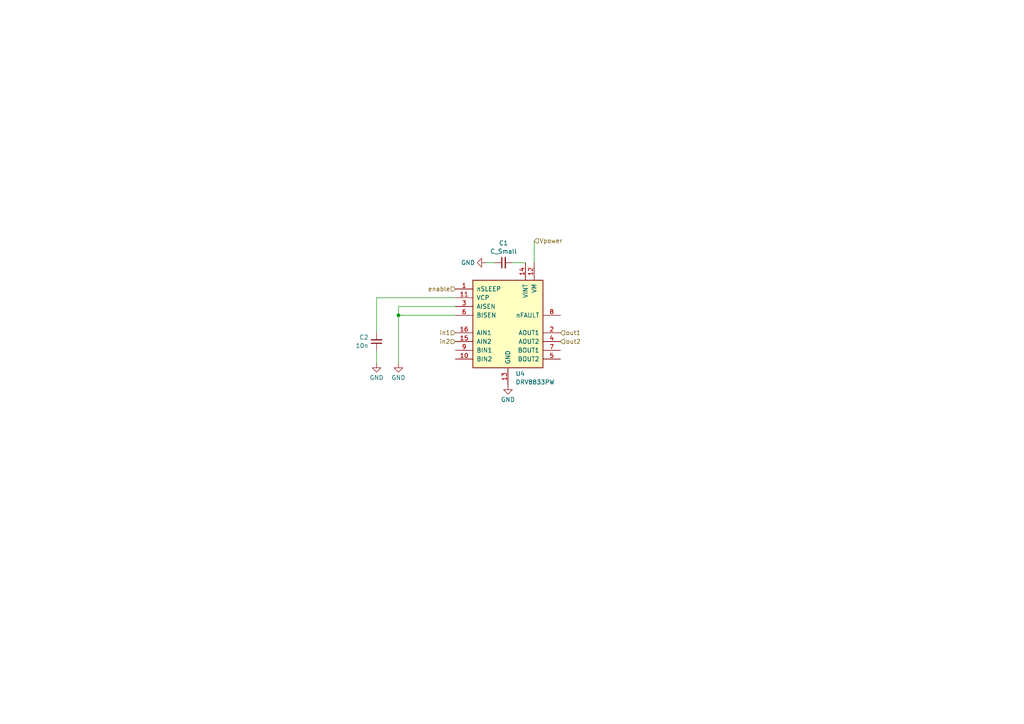
<source format=kicad_sch>
(kicad_sch (version 20230121) (generator eeschema)
  (paper "A4")
  (lib_symbols
    (symbol "Device:C_Small" (pin_numbers hide) (pin_names (offset 0.254) hide)
      (property "Reference" "C" (at 0.254 1.778 0))
      (property "Value" "C_Small" (at 0.254 -2.032 0))
      (symbol "C_Small_0_1"
        (polyline (pts (xy -1.524 -0.508) (xy 1.524 -0.508)) (stroke (width 0.3302)))
        (polyline (pts (xy -1.524 0.508) (xy 1.524 0.508)) (stroke (width 0.3048)))
      )
      (symbol "C_Small_1_1"
        (pin passive line (at 0 2.54 270) (length 2.032) (name "~") (number "1"))
        (pin passive line (at 0 -2.54 90) (length 2.032) (name "~") (number "2"))
      )
    )
    (symbol "Driver_Motor:DRV8833PW" (pin_names (offset 1.016))
      (property "Reference" "U" (at -3.81 16.51 0))
      (property "Value" "DRV8833PW" (at -3.81 13.97 0))
      (symbol "DRV8833PW_0_1"
        (rectangle (start -10.16 12.7) (end 10.16 -12.7) (stroke (width 0.254)) (fill (type background)))
      )
      (symbol "DRV8833PW_1_1"
        (pin input line (at -15.24 10.16 0) (length 5.08) (name "nSLEEP") (number "1"))
        (pin input line (at -15.24 -10.16 0) (length 5.08) (name "BIN2") (number "10"))
        (pin bidirectional line (at -15.24 7.62 0) (length 5.08) (name "VCP") (number "11"))
        (pin power_in line (at 7.62 17.78 270) (length 5.08) (name "VM") (number "12"))
        (pin power_in line (at 0 -17.78 90) (length 5.08) (name "GND") (number "13"))
        (pin power_in line (at 5.08 17.78 270) (length 5.08) (name "VINT") (number "14"))
        (pin input line (at -15.24 -5.08 0) (length 5.08) (name "AIN2") (number "15"))
        (pin input line (at -15.24 -2.54 0) (length 5.08) (name "AIN1") (number "16"))
        (pin power_out line (at 15.24 -2.54 180) (length 5.08) (name "AOUT1") (number "2"))
        (pin bidirectional line (at -15.24 5.08 0) (length 5.08) (name "AISEN") (number "3"))
        (pin power_out line (at 15.24 -5.08 180) (length 5.08) (name "AOUT2") (number "4"))
        (pin power_out line (at 15.24 -10.16 180) (length 5.08) (name "BOUT2") (number "5"))
        (pin bidirectional line (at -15.24 2.54 0) (length 5.08) (name "BISEN") (number "6"))
        (pin power_out line (at 15.24 -7.62 180) (length 5.08) (name "BOUT1") (number "7"))
        (pin open_collector line (at 15.24 2.54 180) (length 5.08) (name "nFAULT") (number "8"))
        (pin input line (at -15.24 -7.62 0) (length 5.08) (name "BIN1") (number "9"))
      )
    )
    (symbol "power:GND" (power) (pin_names (offset 0))
      (property "Value" "GND" (at 0 -3.81 0))
      (symbol "GND_0_1"
        (polyline (pts (xy 0 0) (xy 0 -1.27) (xy 1.27 -1.27) (xy 0 -2.54) (xy -1.27 -1.27) (xy 0 -1.27)))
      )
      (symbol "GND_1_1"
        (pin power_in line (at 0 0 270) (length 0) hide (name "GND") (number "1"))
      )
    )
  )
  (junction (at 115.57 91.44))
  (wire (pts (xy 140.97 76.2) (xy 143.51 76.2)))
  (wire (pts (xy 132.08 91.44) (xy 115.57 91.44)))
  (wire (pts (xy 115.57 91.44) (xy 115.57 105.41)))
  (wire (pts (xy 109.22 105.41) (xy 109.22 101.6)))
  (wire (pts (xy 109.22 86.36) (xy 109.22 96.52)))
  (wire (pts (xy 132.08 88.9) (xy 115.57 88.9)))
  (wire (pts (xy 109.22 86.36) (xy 132.08 86.36)))
  (wire (pts (xy 154.94 76.2) (xy 154.94 69.85)))
  (wire (pts (xy 115.57 88.9) (xy 115.57 91.44)))
  (wire (pts (xy 148.59 76.2) (xy 152.4 76.2)))
  (hierarchical_label "out1" (shape input) (at 162.56 96.52 0))
  (hierarchical_label "in1" (shape input) (at 132.08 96.52 180))
  (hierarchical_label "out2" (shape input) (at 162.56 99.06 0))
  (hierarchical_label "in2" (shape input) (at 132.08 99.06 180))
  (hierarchical_label "Vpower" (shape input) (at 154.94 69.85 0))
  (hierarchical_label "enable" (shape input) (at 132.08 83.82 180))
  (symbol (lib_id "power:GND") (at 115.57 105.41 0) (unit 1)
    (property "Reference" "#PWR03" (effects hide))
    (property "Value" "GND" (at 115.57 109.5431 0))
  )
  (symbol (lib_id "Device:C_Small") (at 146.05 76.2 90) (unit 1)
    (property "Reference" "C1" (at 146.0563 70.4936 90))
    (property "Value" "C_Small" (at 146.0563 72.9178 90))
  )
  (symbol (lib_id "power:GND") (at 140.97 76.2 270) (unit 1)
    (property "Reference" "#PWR04" (effects hide))
    (property "Value" "GND" (at 137.7951 76.2 90) (effects (justify right)))
  )
  (symbol (lib_id "Device:C_Small") (at 109.22 99.06 0) (mirror x) (unit 1)
    (property "Reference" "C2" (at 106.8959 97.8415 0) (effects (justify right)))
    (property "Value" "10n" (at 106.8959 100.2657 0) (effects (justify right)))
  )
  (symbol (lib_id "power:GND") (at 147.32 111.76 0) (unit 1)
    (property "Reference" "#PWR01" (effects hide))
    (property "Value" "GND" (at 147.32 115.8931 0))
  )
  (symbol (lib_id "power:GND") (at 109.22 105.41 0) (unit 1)
    (property "Reference" "#PWR05" (effects hide))
    (property "Value" "GND" (at 109.22 109.5431 0))
  )
  (symbol (lib_id "Driver_Motor:DRV8833PW") (at 147.32 93.98 0) (unit 1)
    (property "Reference" "U4" (at 149.5141 108.4001 0) (effects (justify left)))
    (property "Value" "DRV8833PW" (at 149.5141 110.8243 0) (effects (justify left)))
    (property "Footprint" "Package_SO:TSSOP-16_4.4x5mm_P0.65mm" (effects hide))
    (property "Datasheet" "http://www.ti.com/lit/ds/symlink/drv8833.pdf" (effects hide))
  )
)
</source>
